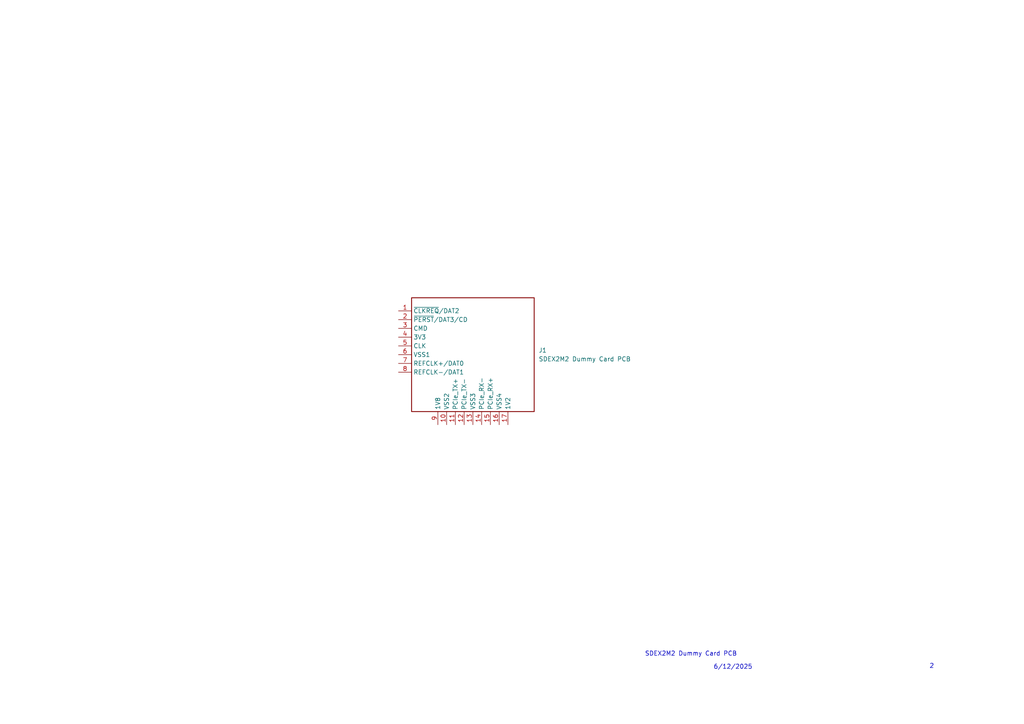
<source format=kicad_sch>
(kicad_sch
	(version 20250114)
	(generator "eeschema")
	(generator_version "9.0")
	(uuid "ab7da24e-4f2e-4e37-a5b2-9f2f0bc499d7")
	(paper "A4")
	(lib_symbols
		(symbol "m1cha:Micro_SDex_PCB"
			(exclude_from_sim no)
			(in_bom yes)
			(on_board yes)
			(property "Reference" "J"
				(at -16.51 17.78 0)
				(effects
					(font
						(size 1.27 1.27)
					)
				)
			)
			(property "Value" "Micro_SDex_PCB"
				(at 16.51 17.78 0)
				(effects
					(font
						(size 1.27 1.27)
					)
					(justify right)
				)
			)
			(property "Footprint" ""
				(at 52.07 17.78 0)
				(effects
					(font
						(size 1.27 1.27)
					)
					(hide yes)
				)
			)
			(property "Datasheet" ""
				(at 2.032 23.622 0)
				(effects
					(font
						(size 1.27 1.27)
					)
					(hide yes)
				)
			)
			(property "Description" "Micro SD Card PCB"
				(at -1.778 20.828 0)
				(effects
					(font
						(size 1.27 1.27)
					)
					(hide yes)
				)
			)
			(property "ki_keywords" "connector SD microsd"
				(at 0 0 0)
				(effects
					(font
						(size 1.27 1.27)
					)
					(hide yes)
				)
			)
			(property "ki_fp_filters" "microSD*"
				(at 0 0 0)
				(effects
					(font
						(size 1.27 1.27)
					)
					(hide yes)
				)
			)
			(symbol "Micro_SDex_PCB_0_1"
				(polyline
					(pts
						(xy 16.51 -8.89) (xy 16.51 16.51) (xy -19.05 16.51) (xy -19.05 -16.51) (xy 16.51 -16.51) (xy 16.51 -8.89)
					)
					(stroke
						(width 0.254)
						(type default)
					)
					(fill
						(type none)
					)
				)
			)
			(symbol "Micro_SDex_PCB_1_1"
				(pin bidirectional line
					(at -22.86 12.7 0)
					(length 3.81)
					(name "~{CLKREQ}/DAT2"
						(effects
							(font
								(size 1.27 1.27)
							)
						)
					)
					(number "1"
						(effects
							(font
								(size 1.27 1.27)
							)
						)
					)
				)
				(pin bidirectional line
					(at -22.86 10.16 0)
					(length 3.81)
					(name "~{PERST}/DAT3/CD"
						(effects
							(font
								(size 1.27 1.27)
							)
						)
					)
					(number "2"
						(effects
							(font
								(size 1.27 1.27)
							)
						)
					)
				)
				(pin output line
					(at -22.86 7.62 0)
					(length 3.81)
					(name "CMD"
						(effects
							(font
								(size 1.27 1.27)
							)
						)
					)
					(number "3"
						(effects
							(font
								(size 1.27 1.27)
							)
						)
					)
				)
				(pin power_out line
					(at -22.86 5.08 0)
					(length 3.81)
					(name "3V3"
						(effects
							(font
								(size 1.27 1.27)
							)
						)
					)
					(number "4"
						(effects
							(font
								(size 1.27 1.27)
							)
						)
					)
				)
				(pin output line
					(at -22.86 2.54 0)
					(length 3.81)
					(name "CLK"
						(effects
							(font
								(size 1.27 1.27)
							)
						)
					)
					(number "5"
						(effects
							(font
								(size 1.27 1.27)
							)
						)
					)
				)
				(pin power_out line
					(at -22.86 0 0)
					(length 3.81)
					(name "VSS1"
						(effects
							(font
								(size 1.27 1.27)
							)
						)
					)
					(number "6"
						(effects
							(font
								(size 1.27 1.27)
							)
						)
					)
				)
				(pin bidirectional line
					(at -22.86 -2.54 0)
					(length 3.81)
					(name "REFCLK+/DAT0"
						(effects
							(font
								(size 1.27 1.27)
							)
						)
					)
					(number "7"
						(effects
							(font
								(size 1.27 1.27)
							)
						)
					)
				)
				(pin bidirectional line
					(at -22.86 -5.08 0)
					(length 3.81)
					(name "REFCLK-/DAT1"
						(effects
							(font
								(size 1.27 1.27)
							)
						)
					)
					(number "8"
						(effects
							(font
								(size 1.27 1.27)
							)
						)
					)
				)
				(pin power_out line
					(at -11.43 -20.32 90)
					(length 3.81)
					(name "1V8"
						(effects
							(font
								(size 1.27 1.27)
							)
						)
					)
					(number "9"
						(effects
							(font
								(size 1.27 1.27)
							)
						)
					)
				)
				(pin passive line
					(at -8.89 -20.32 90)
					(length 3.81)
					(name "VSS2"
						(effects
							(font
								(size 1.27 1.27)
							)
						)
					)
					(number "10"
						(effects
							(font
								(size 1.27 1.27)
							)
						)
					)
				)
				(pin output line
					(at -6.35 -20.32 90)
					(length 3.81)
					(name "PCIe_TX+"
						(effects
							(font
								(size 1.27 1.27)
							)
						)
					)
					(number "11"
						(effects
							(font
								(size 1.27 1.27)
							)
						)
					)
				)
				(pin output line
					(at -3.81 -20.32 90)
					(length 3.81)
					(name "PCIe_TX-"
						(effects
							(font
								(size 1.27 1.27)
							)
						)
					)
					(number "12"
						(effects
							(font
								(size 1.27 1.27)
							)
						)
					)
				)
				(pin passive line
					(at -1.27 -20.32 90)
					(length 3.81)
					(name "VSS3"
						(effects
							(font
								(size 1.27 1.27)
							)
						)
					)
					(number "13"
						(effects
							(font
								(size 1.27 1.27)
							)
						)
					)
				)
				(pin input line
					(at 1.27 -20.32 90)
					(length 3.81)
					(name "PCIe_RX-"
						(effects
							(font
								(size 1.27 1.27)
							)
						)
					)
					(number "14"
						(effects
							(font
								(size 1.27 1.27)
							)
						)
					)
				)
				(pin input line
					(at 3.81 -20.32 90)
					(length 3.81)
					(name "PCIe_RX+"
						(effects
							(font
								(size 1.27 1.27)
							)
						)
					)
					(number "15"
						(effects
							(font
								(size 1.27 1.27)
							)
						)
					)
				)
				(pin passive line
					(at 6.35 -20.32 90)
					(length 3.81)
					(name "VSS4"
						(effects
							(font
								(size 1.27 1.27)
							)
						)
					)
					(number "16"
						(effects
							(font
								(size 1.27 1.27)
							)
						)
					)
				)
				(pin power_out line
					(at 8.89 -20.32 90)
					(length 3.81)
					(name "1V2"
						(effects
							(font
								(size 1.27 1.27)
							)
						)
					)
					(number "17"
						(effects
							(font
								(size 1.27 1.27)
							)
						)
					)
				)
			)
			(embedded_fonts no)
		)
	)
	(text "2"
		(exclude_from_sim no)
		(at 270.256 193.294 0)
		(effects
			(font
				(size 1.27 1.27)
			)
		)
		(uuid "015981e0-686a-4e4a-8eb9-fcaea1a6a214")
	)
	(text "SDEX2M2 Dummy Card PCB"
		(exclude_from_sim no)
		(at 200.406 189.738 0)
		(effects
			(font
				(size 1.27 1.27)
			)
		)
		(uuid "af02bca9-7a04-4f71-89ab-4460e174eea3")
	)
	(text "6/12/2025"
		(exclude_from_sim no)
		(at 212.598 193.548 0)
		(effects
			(font
				(size 1.27 1.27)
			)
		)
		(uuid "b85f02c8-2a93-4ad9-b28d-b8ca21c09fd0")
	)
	(symbol
		(lib_id "m1cha:Micro_SDex_PCB")
		(at 138.43 102.87 0)
		(unit 1)
		(exclude_from_sim no)
		(in_bom yes)
		(on_board yes)
		(dnp no)
		(fields_autoplaced yes)
		(uuid "832d25c0-80ec-491d-ba8f-8e012b99c954")
		(property "Reference" "J1"
			(at 156.21 101.5999 0)
			(effects
				(font
					(size 1.27 1.27)
				)
				(justify left)
			)
		)
		(property "Value" "SDEX2M2 Dummy Card PCB"
			(at 156.21 104.1399 0)
			(effects
				(font
					(size 1.27 1.27)
				)
				(justify left)
			)
		)
		(property "Footprint" "m1cha:usdex-male-open_bottom"
			(at 190.5 85.09 0)
			(effects
				(font
					(size 1.27 1.27)
				)
				(hide yes)
			)
		)
		(property "Datasheet" ""
			(at 140.462 79.248 0)
			(effects
				(font
					(size 1.27 1.27)
				)
				(hide yes)
			)
		)
		(property "Description" "Micro SD Card PCB"
			(at 136.652 82.042 0)
			(effects
				(font
					(size 1.27 1.27)
				)
				(hide yes)
			)
		)
		(pin "13"
			(uuid "e6920d72-7176-4645-bfbd-2a6894947840")
		)
		(pin "11"
			(uuid "c84ab752-e762-49a1-ab7e-cf6d6a3e5ee2")
		)
		(pin "12"
			(uuid "45042473-fe44-43a3-a1c5-62ecb9b8cec1")
		)
		(pin "14"
			(uuid "e191f4e4-6957-497c-ba91-30b571ffb7c2")
		)
		(pin "5"
			(uuid "028efa7e-8593-436c-8a3d-e403a5c8de50")
		)
		(pin "3"
			(uuid "9f5ed543-22b2-4637-ab74-bdb141304c31")
		)
		(pin "8"
			(uuid "b80f5386-8870-4896-a727-aa9e77a261c7")
		)
		(pin "10"
			(uuid "938f3813-5c22-4e37-a49d-e2d47386f468")
		)
		(pin "6"
			(uuid "f0d7d247-5f4f-460f-b91c-89d41b18f3ab")
		)
		(pin "9"
			(uuid "c08c9c60-ab3f-4df1-934b-23d7ecbd8921")
		)
		(pin "4"
			(uuid "807ef3e4-1983-43c3-abb0-88dc8860d408")
		)
		(pin "15"
			(uuid "87f00053-2954-45ad-83af-a9e60e94d7a8")
		)
		(pin "1"
			(uuid "52c31b84-8b1d-483a-97d9-3ea4a1bbcf24")
		)
		(pin "16"
			(uuid "51c03248-f175-49a7-a743-5dd0371dacfd")
		)
		(pin "17"
			(uuid "ac4af930-126c-4ad1-bd95-2f95c99f9738")
		)
		(pin "7"
			(uuid "eae40638-dc3c-4577-904f-084556029107")
		)
		(pin "2"
			(uuid "30c42e27-44c3-4d7c-a86f-d0ab143e5242")
		)
		(instances
			(project ""
				(path "/ab7da24e-4f2e-4e37-a5b2-9f2f0bc499d7"
					(reference "J1")
					(unit 1)
				)
			)
		)
	)
	(sheet_instances
		(path "/"
			(page "1")
		)
	)
	(embedded_fonts no)
)

</source>
